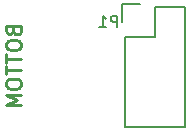
<source format=gbo>
G04 #@! TF.FileFunction,Legend,Bot*
%FSLAX46Y46*%
G04 Gerber Fmt 4.6, Leading zero omitted, Abs format (unit mm)*
G04 Created by KiCad (PCBNEW 4.0.2+dfsg1-stable) date Thu 01 Jun 2017 07:33:31 PM MDT*
%MOMM*%
G01*
G04 APERTURE LIST*
%ADD10C,0.100000*%
%ADD11C,0.254000*%
%ADD12C,0.150000*%
G04 APERTURE END LIST*
D10*
D11*
X153071286Y-89649905D02*
X153131762Y-89831334D01*
X153192238Y-89891810D01*
X153313190Y-89952286D01*
X153494619Y-89952286D01*
X153615571Y-89891810D01*
X153676048Y-89831334D01*
X153736524Y-89710381D01*
X153736524Y-89226572D01*
X152466524Y-89226572D01*
X152466524Y-89649905D01*
X152527000Y-89770858D01*
X152587476Y-89831334D01*
X152708429Y-89891810D01*
X152829381Y-89891810D01*
X152950333Y-89831334D01*
X153010810Y-89770858D01*
X153071286Y-89649905D01*
X153071286Y-89226572D01*
X152466524Y-90738477D02*
X152466524Y-90980381D01*
X152527000Y-91101334D01*
X152647952Y-91222286D01*
X152889857Y-91282762D01*
X153313190Y-91282762D01*
X153555095Y-91222286D01*
X153676048Y-91101334D01*
X153736524Y-90980381D01*
X153736524Y-90738477D01*
X153676048Y-90617524D01*
X153555095Y-90496572D01*
X153313190Y-90436096D01*
X152889857Y-90436096D01*
X152647952Y-90496572D01*
X152527000Y-90617524D01*
X152466524Y-90738477D01*
X152466524Y-91645619D02*
X152466524Y-92371334D01*
X153736524Y-92008477D02*
X152466524Y-92008477D01*
X152466524Y-92613238D02*
X152466524Y-93338953D01*
X153736524Y-92976096D02*
X152466524Y-92976096D01*
X152466524Y-94004191D02*
X152466524Y-94246095D01*
X152527000Y-94367048D01*
X152647952Y-94488000D01*
X152889857Y-94548476D01*
X153313190Y-94548476D01*
X153555095Y-94488000D01*
X153676048Y-94367048D01*
X153736524Y-94246095D01*
X153736524Y-94004191D01*
X153676048Y-93883238D01*
X153555095Y-93762286D01*
X153313190Y-93701810D01*
X152889857Y-93701810D01*
X152647952Y-93762286D01*
X152527000Y-93883238D01*
X152466524Y-94004191D01*
X153736524Y-95092762D02*
X152466524Y-95092762D01*
X153373667Y-95516095D01*
X152466524Y-95939429D01*
X153736524Y-95939429D01*
D12*
X162560000Y-90170000D02*
X162560000Y-97790000D01*
X162560000Y-97790000D02*
X167640000Y-97790000D01*
X167640000Y-97790000D02*
X167640000Y-87630000D01*
X167640000Y-87630000D02*
X165100000Y-87630000D01*
X162280000Y-88900000D02*
X162280000Y-87350000D01*
X165100000Y-87630000D02*
X165100000Y-90170000D01*
X165100000Y-90170000D02*
X162560000Y-90170000D01*
X162280000Y-87350000D02*
X163830000Y-87350000D01*
X161901095Y-89352381D02*
X161901095Y-88352381D01*
X161520142Y-88352381D01*
X161424904Y-88400000D01*
X161377285Y-88447619D01*
X161329666Y-88542857D01*
X161329666Y-88685714D01*
X161377285Y-88780952D01*
X161424904Y-88828571D01*
X161520142Y-88876190D01*
X161901095Y-88876190D01*
X160377285Y-89352381D02*
X160948714Y-89352381D01*
X160663000Y-89352381D02*
X160663000Y-88352381D01*
X160758238Y-88495238D01*
X160853476Y-88590476D01*
X160948714Y-88638095D01*
M02*

</source>
